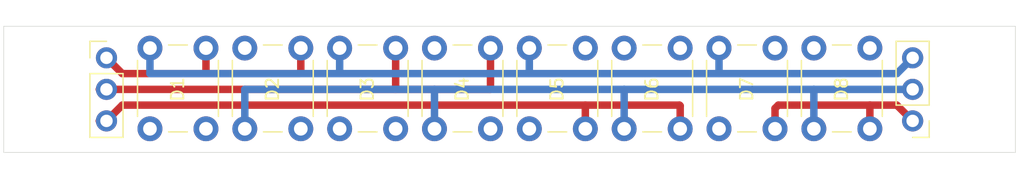
<source format=kicad_pcb>
(kicad_pcb (version 20171130) (host pcbnew "(5.1.5)-3")

  (general
    (thickness 1.6)
    (drawings 4)
    (tracks 40)
    (zones 0)
    (modules 12)
    (nets 7)
  )

  (page A4)
  (layers
    (0 F.Cu signal)
    (31 B.Cu signal)
    (32 B.Adhes user)
    (33 F.Adhes user)
    (34 B.Paste user)
    (35 F.Paste user)
    (36 B.SilkS user)
    (37 F.SilkS user)
    (38 B.Mask user)
    (39 F.Mask user)
    (40 Dwgs.User user)
    (41 Cmts.User user)
    (42 Eco1.User user)
    (43 Eco2.User user)
    (44 Edge.Cuts user)
    (45 Margin user)
    (46 B.CrtYd user)
    (47 F.CrtYd user)
    (48 B.Fab user)
    (49 F.Fab user)
  )

  (setup
    (last_trace_width 0.25)
    (user_trace_width 0.5)
    (user_trace_width 0.6)
    (trace_clearance 0.2)
    (zone_clearance 0.508)
    (zone_45_only no)
    (trace_min 0.2)
    (via_size 0.8)
    (via_drill 0.4)
    (via_min_size 0.4)
    (via_min_drill 0.3)
    (uvia_size 0.3)
    (uvia_drill 0.1)
    (uvias_allowed no)
    (uvia_min_size 0.2)
    (uvia_min_drill 0.1)
    (edge_width 0.05)
    (segment_width 0.2)
    (pcb_text_width 0.3)
    (pcb_text_size 1.5 1.5)
    (mod_edge_width 0.12)
    (mod_text_size 1 1)
    (mod_text_width 0.15)
    (pad_size 1.7 1.7)
    (pad_drill 1)
    (pad_to_mask_clearance 0.051)
    (solder_mask_min_width 0.25)
    (aux_axis_origin 0 0)
    (visible_elements 7FFFFFFF)
    (pcbplotparams
      (layerselection 0x010fc_ffffffff)
      (usegerberextensions false)
      (usegerberattributes false)
      (usegerberadvancedattributes false)
      (creategerberjobfile false)
      (excludeedgelayer true)
      (linewidth 0.100000)
      (plotframeref false)
      (viasonmask false)
      (mode 1)
      (useauxorigin false)
      (hpglpennumber 1)
      (hpglpenspeed 20)
      (hpglpendiameter 15.000000)
      (psnegative false)
      (psa4output false)
      (plotreference true)
      (plotvalue true)
      (plotinvisibletext false)
      (padsonsilk false)
      (subtractmaskfromsilk false)
      (outputformat 1)
      (mirror false)
      (drillshape 0)
      (scaleselection 1)
      (outputdirectory "gerber/"))
  )

  (net 0 "")
  (net 1 "Net-(D1-Pad1)")
  (net 2 "Net-(D1-Pad2)")
  (net 3 "Net-(D2-Pad1)")
  (net 4 "Net-(D3-Pad2)")
  (net 5 "Net-(D5-Pad2)")
  (net 6 "Net-(D7-Pad2)")

  (net_class Default "Это класс цепей по умолчанию."
    (clearance 0.2)
    (trace_width 0.25)
    (via_dia 0.8)
    (via_drill 0.4)
    (uvia_dia 0.3)
    (uvia_drill 0.1)
    (add_net "Net-(D1-Pad1)")
    (add_net "Net-(D1-Pad2)")
    (add_net "Net-(D2-Pad1)")
    (add_net "Net-(D3-Pad2)")
    (add_net "Net-(D5-Pad2)")
    (add_net "Net-(D7-Pad2)")
  )

  (module CommonLibrary:6x6-tact-btn (layer F.Cu) (tedit 5D7B292D) (tstamp 5E9EEE73)
    (at 141.2875 40.005 90)
    (path /5E9F2D82)
    (fp_text reference D8 (at 3.175 2.2225 90) (layer F.SilkS)
      (effects (font (size 1 1) (thickness 0.15)))
    )
    (fp_text value 6x6-tact-btn (at 0 -0.5 90) (layer F.Fab)
      (effects (font (size 1 1) (thickness 0.15)))
    )
    (fp_circle (center 3.25 2.25) (end 1.25 2.5) (layer F.Fab) (width 0.1))
    (fp_line (start 6.75 3) (end 6.75 1.5) (layer F.SilkS) (width 0.12))
    (fp_line (start 5.5 -1) (end 1 -1) (layer F.SilkS) (width 0.12))
    (fp_line (start -0.25 1.5) (end -0.25 3) (layer F.SilkS) (width 0.12))
    (fp_line (start 1 5.5) (end 5.5 5.5) (layer F.SilkS) (width 0.12))
    (fp_line (start 8 -1.25) (end 8 5.75) (layer F.CrtYd) (width 0.05))
    (fp_line (start 7.75 6) (end -1.25 6) (layer F.CrtYd) (width 0.05))
    (fp_line (start -1.5 5.75) (end -1.5 -1.25) (layer F.CrtYd) (width 0.05))
    (fp_line (start -1.25 -1.5) (end 7.75 -1.5) (layer F.CrtYd) (width 0.05))
    (fp_line (start -1.5 6) (end -1.25 6) (layer F.CrtYd) (width 0.05))
    (fp_line (start -1.5 5.75) (end -1.5 6) (layer F.CrtYd) (width 0.05))
    (fp_line (start -1.5 -1.5) (end -1.25 -1.5) (layer F.CrtYd) (width 0.05))
    (fp_line (start -1.5 -1.25) (end -1.5 -1.5) (layer F.CrtYd) (width 0.05))
    (fp_line (start 8 -1.5) (end 8 -1.25) (layer F.CrtYd) (width 0.05))
    (fp_line (start 7.75 -1.5) (end 8 -1.5) (layer F.CrtYd) (width 0.05))
    (fp_line (start 8 6) (end 8 5.75) (layer F.CrtYd) (width 0.05))
    (fp_line (start 7.75 6) (end 8 6) (layer F.CrtYd) (width 0.05))
    (fp_line (start 0.25 -0.75) (end 3.25 -0.75) (layer F.Fab) (width 0.1))
    (fp_line (start 0.25 5.25) (end 0.25 -0.75) (layer F.Fab) (width 0.1))
    (fp_line (start 6.25 5.25) (end 0.25 5.25) (layer F.Fab) (width 0.1))
    (fp_line (start 6.25 -0.75) (end 6.25 5.25) (layer F.Fab) (width 0.1))
    (fp_line (start 3.25 -0.75) (end 6.25 -0.75) (layer F.Fab) (width 0.1))
    (pad 1 thru_hole circle (at 6.5 0 180) (size 2 2) (drill 1.1) (layers *.Cu *.Mask)
      (net 3 "Net-(D2-Pad1)"))
    (pad 2 thru_hole circle (at 6.5 4.5 180) (size 2 2) (drill 1.1) (layers *.Cu *.Mask)
      (net 6 "Net-(D7-Pad2)"))
    (pad 1 thru_hole circle (at 0 0 180) (size 2 2) (drill 1.1) (layers *.Cu *.Mask)
      (net 3 "Net-(D2-Pad1)"))
    (pad 2 thru_hole circle (at 0 4.5 180) (size 2 2) (drill 1.1) (layers *.Cu *.Mask)
      (net 6 "Net-(D7-Pad2)"))
  )

  (module CommonLibrary:6x6-tact-btn (layer F.Cu) (tedit 5D7B292D) (tstamp 5E9EEE55)
    (at 133.6675 40.005 90)
    (path /5E9F2460)
    (fp_text reference D7 (at 3.175 2.2225 90) (layer F.SilkS)
      (effects (font (size 1 1) (thickness 0.15)))
    )
    (fp_text value 6x6-tact-btn (at 0 -0.5 90) (layer F.Fab)
      (effects (font (size 1 1) (thickness 0.15)))
    )
    (fp_circle (center 3.25 2.25) (end 1.25 2.5) (layer F.Fab) (width 0.1))
    (fp_line (start 6.75 3) (end 6.75 1.5) (layer F.SilkS) (width 0.12))
    (fp_line (start 5.5 -1) (end 1 -1) (layer F.SilkS) (width 0.12))
    (fp_line (start -0.25 1.5) (end -0.25 3) (layer F.SilkS) (width 0.12))
    (fp_line (start 1 5.5) (end 5.5 5.5) (layer F.SilkS) (width 0.12))
    (fp_line (start 8 -1.25) (end 8 5.75) (layer F.CrtYd) (width 0.05))
    (fp_line (start 7.75 6) (end -1.25 6) (layer F.CrtYd) (width 0.05))
    (fp_line (start -1.5 5.75) (end -1.5 -1.25) (layer F.CrtYd) (width 0.05))
    (fp_line (start -1.25 -1.5) (end 7.75 -1.5) (layer F.CrtYd) (width 0.05))
    (fp_line (start -1.5 6) (end -1.25 6) (layer F.CrtYd) (width 0.05))
    (fp_line (start -1.5 5.75) (end -1.5 6) (layer F.CrtYd) (width 0.05))
    (fp_line (start -1.5 -1.5) (end -1.25 -1.5) (layer F.CrtYd) (width 0.05))
    (fp_line (start -1.5 -1.25) (end -1.5 -1.5) (layer F.CrtYd) (width 0.05))
    (fp_line (start 8 -1.5) (end 8 -1.25) (layer F.CrtYd) (width 0.05))
    (fp_line (start 7.75 -1.5) (end 8 -1.5) (layer F.CrtYd) (width 0.05))
    (fp_line (start 8 6) (end 8 5.75) (layer F.CrtYd) (width 0.05))
    (fp_line (start 7.75 6) (end 8 6) (layer F.CrtYd) (width 0.05))
    (fp_line (start 0.25 -0.75) (end 3.25 -0.75) (layer F.Fab) (width 0.1))
    (fp_line (start 0.25 5.25) (end 0.25 -0.75) (layer F.Fab) (width 0.1))
    (fp_line (start 6.25 5.25) (end 0.25 5.25) (layer F.Fab) (width 0.1))
    (fp_line (start 6.25 -0.75) (end 6.25 5.25) (layer F.Fab) (width 0.1))
    (fp_line (start 3.25 -0.75) (end 6.25 -0.75) (layer F.Fab) (width 0.1))
    (pad 1 thru_hole circle (at 6.5 0 180) (size 2 2) (drill 1.1) (layers *.Cu *.Mask)
      (net 1 "Net-(D1-Pad1)"))
    (pad 2 thru_hole circle (at 6.5 4.5 180) (size 2 2) (drill 1.1) (layers *.Cu *.Mask)
      (net 6 "Net-(D7-Pad2)"))
    (pad 1 thru_hole circle (at 0 0 180) (size 2 2) (drill 1.1) (layers *.Cu *.Mask)
      (net 1 "Net-(D1-Pad1)"))
    (pad 2 thru_hole circle (at 0 4.5 180) (size 2 2) (drill 1.1) (layers *.Cu *.Mask)
      (net 6 "Net-(D7-Pad2)"))
  )

  (module MountingHole:MountingHole_3.2mm_M3 (layer F.Cu) (tedit 56D1B4CB) (tstamp 5E9EE5BA)
    (at 154.305 36.83)
    (descr "Mounting Hole 3.2mm, no annular, M3")
    (tags "mounting hole 3.2mm no annular m3")
    (path /5E9F0888)
    (attr virtual)
    (fp_text reference H2 (at 0 -4.2) (layer F.SilkS) hide
      (effects (font (size 1 1) (thickness 0.15)))
    )
    (fp_text value MountingHole (at -1.27 6.35) (layer F.Fab)
      (effects (font (size 1 1) (thickness 0.15)))
    )
    (fp_circle (center 0 0) (end 3.45 0) (layer F.CrtYd) (width 0.05))
    (fp_circle (center 0 0) (end 3.2 0) (layer Cmts.User) (width 0.15))
    (fp_text user %R (at 0.3 0) (layer F.Fab)
      (effects (font (size 1 1) (thickness 0.15)))
    )
    (pad 1 np_thru_hole circle (at 0 0) (size 3.2 3.2) (drill 3.2) (layers *.Cu *.Mask))
  )

  (module MountingHole:MountingHole_3.2mm_M3 (layer F.Cu) (tedit 56D1B4CB) (tstamp 5E9EE5B2)
    (at 79.375 36.83)
    (descr "Mounting Hole 3.2mm, no annular, M3")
    (tags "mounting hole 3.2mm no annular m3")
    (path /5E9F03FE)
    (attr virtual)
    (fp_text reference H1 (at 0 -4.2) (layer F.SilkS) hide
      (effects (font (size 1 1) (thickness 0.15)))
    )
    (fp_text value MountingHole (at 1.905 6.35) (layer F.Fab)
      (effects (font (size 1 1) (thickness 0.15)))
    )
    (fp_circle (center 0 0) (end 3.45 0) (layer F.CrtYd) (width 0.05))
    (fp_circle (center 0 0) (end 3.2 0) (layer Cmts.User) (width 0.15))
    (fp_text user %R (at 0.3 0) (layer F.Fab)
      (effects (font (size 1 1) (thickness 0.15)))
    )
    (pad 1 np_thru_hole circle (at 0 0) (size 3.2 3.2) (drill 3.2) (layers *.Cu *.Mask))
  )

  (module CommonLibrary:6x6-tact-btn (layer F.Cu) (tedit 5D7B292D) (tstamp 5E9EE6C1)
    (at 87.9475 40.005 90)
    (path /5E9EE78C)
    (fp_text reference D1 (at 3.175 2.2225 90) (layer F.SilkS)
      (effects (font (size 1 1) (thickness 0.15)))
    )
    (fp_text value 6x6-tact-btn (at 0 -0.5 90) (layer F.Fab)
      (effects (font (size 1 1) (thickness 0.15)))
    )
    (fp_circle (center 3.25 2.25) (end 1.25 2.5) (layer F.Fab) (width 0.1))
    (fp_line (start 6.75 3) (end 6.75 1.5) (layer F.SilkS) (width 0.12))
    (fp_line (start 5.5 -1) (end 1 -1) (layer F.SilkS) (width 0.12))
    (fp_line (start -0.25 1.5) (end -0.25 3) (layer F.SilkS) (width 0.12))
    (fp_line (start 1 5.5) (end 5.5 5.5) (layer F.SilkS) (width 0.12))
    (fp_line (start 8 -1.25) (end 8 5.75) (layer F.CrtYd) (width 0.05))
    (fp_line (start 7.75 6) (end -1.25 6) (layer F.CrtYd) (width 0.05))
    (fp_line (start -1.5 5.75) (end -1.5 -1.25) (layer F.CrtYd) (width 0.05))
    (fp_line (start -1.25 -1.5) (end 7.75 -1.5) (layer F.CrtYd) (width 0.05))
    (fp_line (start -1.5 6) (end -1.25 6) (layer F.CrtYd) (width 0.05))
    (fp_line (start -1.5 5.75) (end -1.5 6) (layer F.CrtYd) (width 0.05))
    (fp_line (start -1.5 -1.5) (end -1.25 -1.5) (layer F.CrtYd) (width 0.05))
    (fp_line (start -1.5 -1.25) (end -1.5 -1.5) (layer F.CrtYd) (width 0.05))
    (fp_line (start 8 -1.5) (end 8 -1.25) (layer F.CrtYd) (width 0.05))
    (fp_line (start 7.75 -1.5) (end 8 -1.5) (layer F.CrtYd) (width 0.05))
    (fp_line (start 8 6) (end 8 5.75) (layer F.CrtYd) (width 0.05))
    (fp_line (start 7.75 6) (end 8 6) (layer F.CrtYd) (width 0.05))
    (fp_line (start 0.25 -0.75) (end 3.25 -0.75) (layer F.Fab) (width 0.1))
    (fp_line (start 0.25 5.25) (end 0.25 -0.75) (layer F.Fab) (width 0.1))
    (fp_line (start 6.25 5.25) (end 0.25 5.25) (layer F.Fab) (width 0.1))
    (fp_line (start 6.25 -0.75) (end 6.25 5.25) (layer F.Fab) (width 0.1))
    (fp_line (start 3.25 -0.75) (end 6.25 -0.75) (layer F.Fab) (width 0.1))
    (pad 1 thru_hole circle (at 6.5 0 180) (size 2 2) (drill 1.1) (layers *.Cu *.Mask)
      (net 1 "Net-(D1-Pad1)"))
    (pad 2 thru_hole circle (at 6.5 4.5 180) (size 2 2) (drill 1.1) (layers *.Cu *.Mask)
      (net 2 "Net-(D1-Pad2)"))
    (pad 1 thru_hole circle (at 0 0 180) (size 2 2) (drill 1.1) (layers *.Cu *.Mask)
      (net 1 "Net-(D1-Pad1)"))
    (pad 2 thru_hole circle (at 0 4.5 180) (size 2 2) (drill 1.1) (layers *.Cu *.Mask)
      (net 2 "Net-(D1-Pad2)"))
  )

  (module CommonLibrary:6x6-tact-btn (layer F.Cu) (tedit 5D7B292D) (tstamp 5E9F3264)
    (at 95.5675 40.005 90)
    (path /5E9EE3FC)
    (fp_text reference D2 (at 3.175 2.2225 90) (layer F.SilkS)
      (effects (font (size 1 1) (thickness 0.15)))
    )
    (fp_text value 6x6-tact-btn (at 0 -0.5 90) (layer F.Fab)
      (effects (font (size 1 1) (thickness 0.15)))
    )
    (fp_line (start 3.25 -0.75) (end 6.25 -0.75) (layer F.Fab) (width 0.1))
    (fp_line (start 6.25 -0.75) (end 6.25 5.25) (layer F.Fab) (width 0.1))
    (fp_line (start 6.25 5.25) (end 0.25 5.25) (layer F.Fab) (width 0.1))
    (fp_line (start 0.25 5.25) (end 0.25 -0.75) (layer F.Fab) (width 0.1))
    (fp_line (start 0.25 -0.75) (end 3.25 -0.75) (layer F.Fab) (width 0.1))
    (fp_line (start 7.75 6) (end 8 6) (layer F.CrtYd) (width 0.05))
    (fp_line (start 8 6) (end 8 5.75) (layer F.CrtYd) (width 0.05))
    (fp_line (start 7.75 -1.5) (end 8 -1.5) (layer F.CrtYd) (width 0.05))
    (fp_line (start 8 -1.5) (end 8 -1.25) (layer F.CrtYd) (width 0.05))
    (fp_line (start -1.5 -1.25) (end -1.5 -1.5) (layer F.CrtYd) (width 0.05))
    (fp_line (start -1.5 -1.5) (end -1.25 -1.5) (layer F.CrtYd) (width 0.05))
    (fp_line (start -1.5 5.75) (end -1.5 6) (layer F.CrtYd) (width 0.05))
    (fp_line (start -1.5 6) (end -1.25 6) (layer F.CrtYd) (width 0.05))
    (fp_line (start -1.25 -1.5) (end 7.75 -1.5) (layer F.CrtYd) (width 0.05))
    (fp_line (start -1.5 5.75) (end -1.5 -1.25) (layer F.CrtYd) (width 0.05))
    (fp_line (start 7.75 6) (end -1.25 6) (layer F.CrtYd) (width 0.05))
    (fp_line (start 8 -1.25) (end 8 5.75) (layer F.CrtYd) (width 0.05))
    (fp_line (start 1 5.5) (end 5.5 5.5) (layer F.SilkS) (width 0.12))
    (fp_line (start -0.25 1.5) (end -0.25 3) (layer F.SilkS) (width 0.12))
    (fp_line (start 5.5 -1) (end 1 -1) (layer F.SilkS) (width 0.12))
    (fp_line (start 6.75 3) (end 6.75 1.5) (layer F.SilkS) (width 0.12))
    (fp_circle (center 3.25 2.25) (end 1.25 2.5) (layer F.Fab) (width 0.1))
    (pad 2 thru_hole circle (at 0 4.5 180) (size 2 2) (drill 1.1) (layers *.Cu *.Mask)
      (net 2 "Net-(D1-Pad2)"))
    (pad 1 thru_hole circle (at 0 0 180) (size 2 2) (drill 1.1) (layers *.Cu *.Mask)
      (net 3 "Net-(D2-Pad1)"))
    (pad 2 thru_hole circle (at 6.5 4.5 180) (size 2 2) (drill 1.1) (layers *.Cu *.Mask)
      (net 2 "Net-(D1-Pad2)"))
    (pad 1 thru_hole circle (at 6.5 0 180) (size 2 2) (drill 1.1) (layers *.Cu *.Mask)
      (net 3 "Net-(D2-Pad1)"))
  )

  (module CommonLibrary:6x6-tact-btn (layer F.Cu) (tedit 5D7B292D) (tstamp 5E9F3282)
    (at 103.1875 40.005 90)
    (path /5E9EE634)
    (fp_text reference D3 (at 3.175 2.2225 90) (layer F.SilkS)
      (effects (font (size 1 1) (thickness 0.15)))
    )
    (fp_text value 6x6-tact-btn (at 0 -0.5 90) (layer F.Fab)
      (effects (font (size 1 1) (thickness 0.15)))
    )
    (fp_line (start 3.25 -0.75) (end 6.25 -0.75) (layer F.Fab) (width 0.1))
    (fp_line (start 6.25 -0.75) (end 6.25 5.25) (layer F.Fab) (width 0.1))
    (fp_line (start 6.25 5.25) (end 0.25 5.25) (layer F.Fab) (width 0.1))
    (fp_line (start 0.25 5.25) (end 0.25 -0.75) (layer F.Fab) (width 0.1))
    (fp_line (start 0.25 -0.75) (end 3.25 -0.75) (layer F.Fab) (width 0.1))
    (fp_line (start 7.75 6) (end 8 6) (layer F.CrtYd) (width 0.05))
    (fp_line (start 8 6) (end 8 5.75) (layer F.CrtYd) (width 0.05))
    (fp_line (start 7.75 -1.5) (end 8 -1.5) (layer F.CrtYd) (width 0.05))
    (fp_line (start 8 -1.5) (end 8 -1.25) (layer F.CrtYd) (width 0.05))
    (fp_line (start -1.5 -1.25) (end -1.5 -1.5) (layer F.CrtYd) (width 0.05))
    (fp_line (start -1.5 -1.5) (end -1.25 -1.5) (layer F.CrtYd) (width 0.05))
    (fp_line (start -1.5 5.75) (end -1.5 6) (layer F.CrtYd) (width 0.05))
    (fp_line (start -1.5 6) (end -1.25 6) (layer F.CrtYd) (width 0.05))
    (fp_line (start -1.25 -1.5) (end 7.75 -1.5) (layer F.CrtYd) (width 0.05))
    (fp_line (start -1.5 5.75) (end -1.5 -1.25) (layer F.CrtYd) (width 0.05))
    (fp_line (start 7.75 6) (end -1.25 6) (layer F.CrtYd) (width 0.05))
    (fp_line (start 8 -1.25) (end 8 5.75) (layer F.CrtYd) (width 0.05))
    (fp_line (start 1 5.5) (end 5.5 5.5) (layer F.SilkS) (width 0.12))
    (fp_line (start -0.25 1.5) (end -0.25 3) (layer F.SilkS) (width 0.12))
    (fp_line (start 5.5 -1) (end 1 -1) (layer F.SilkS) (width 0.12))
    (fp_line (start 6.75 3) (end 6.75 1.5) (layer F.SilkS) (width 0.12))
    (fp_circle (center 3.25 2.25) (end 1.25 2.5) (layer F.Fab) (width 0.1))
    (pad 2 thru_hole circle (at 0 4.5 180) (size 2 2) (drill 1.1) (layers *.Cu *.Mask)
      (net 4 "Net-(D3-Pad2)"))
    (pad 1 thru_hole circle (at 0 0 180) (size 2 2) (drill 1.1) (layers *.Cu *.Mask)
      (net 1 "Net-(D1-Pad1)"))
    (pad 2 thru_hole circle (at 6.5 4.5 180) (size 2 2) (drill 1.1) (layers *.Cu *.Mask)
      (net 4 "Net-(D3-Pad2)"))
    (pad 1 thru_hole circle (at 6.5 0 180) (size 2 2) (drill 1.1) (layers *.Cu *.Mask)
      (net 1 "Net-(D1-Pad1)"))
  )

  (module CommonLibrary:6x6-tact-btn (layer F.Cu) (tedit 5D7B292D) (tstamp 5E9F32A0)
    (at 110.8075 40.005 90)
    (path /5E9EE31C)
    (fp_text reference D4 (at 3.175 2.2225 90) (layer F.SilkS)
      (effects (font (size 1 1) (thickness 0.15)))
    )
    (fp_text value 6x6-tact-btn (at 0 -0.5 90) (layer F.Fab)
      (effects (font (size 1 1) (thickness 0.15)))
    )
    (fp_circle (center 3.25 2.25) (end 1.25 2.5) (layer F.Fab) (width 0.1))
    (fp_line (start 6.75 3) (end 6.75 1.5) (layer F.SilkS) (width 0.12))
    (fp_line (start 5.5 -1) (end 1 -1) (layer F.SilkS) (width 0.12))
    (fp_line (start -0.25 1.5) (end -0.25 3) (layer F.SilkS) (width 0.12))
    (fp_line (start 1 5.5) (end 5.5 5.5) (layer F.SilkS) (width 0.12))
    (fp_line (start 8 -1.25) (end 8 5.75) (layer F.CrtYd) (width 0.05))
    (fp_line (start 7.75 6) (end -1.25 6) (layer F.CrtYd) (width 0.05))
    (fp_line (start -1.5 5.75) (end -1.5 -1.25) (layer F.CrtYd) (width 0.05))
    (fp_line (start -1.25 -1.5) (end 7.75 -1.5) (layer F.CrtYd) (width 0.05))
    (fp_line (start -1.5 6) (end -1.25 6) (layer F.CrtYd) (width 0.05))
    (fp_line (start -1.5 5.75) (end -1.5 6) (layer F.CrtYd) (width 0.05))
    (fp_line (start -1.5 -1.5) (end -1.25 -1.5) (layer F.CrtYd) (width 0.05))
    (fp_line (start -1.5 -1.25) (end -1.5 -1.5) (layer F.CrtYd) (width 0.05))
    (fp_line (start 8 -1.5) (end 8 -1.25) (layer F.CrtYd) (width 0.05))
    (fp_line (start 7.75 -1.5) (end 8 -1.5) (layer F.CrtYd) (width 0.05))
    (fp_line (start 8 6) (end 8 5.75) (layer F.CrtYd) (width 0.05))
    (fp_line (start 7.75 6) (end 8 6) (layer F.CrtYd) (width 0.05))
    (fp_line (start 0.25 -0.75) (end 3.25 -0.75) (layer F.Fab) (width 0.1))
    (fp_line (start 0.25 5.25) (end 0.25 -0.75) (layer F.Fab) (width 0.1))
    (fp_line (start 6.25 5.25) (end 0.25 5.25) (layer F.Fab) (width 0.1))
    (fp_line (start 6.25 -0.75) (end 6.25 5.25) (layer F.Fab) (width 0.1))
    (fp_line (start 3.25 -0.75) (end 6.25 -0.75) (layer F.Fab) (width 0.1))
    (pad 1 thru_hole circle (at 6.5 0 180) (size 2 2) (drill 1.1) (layers *.Cu *.Mask)
      (net 3 "Net-(D2-Pad1)"))
    (pad 2 thru_hole circle (at 6.5 4.5 180) (size 2 2) (drill 1.1) (layers *.Cu *.Mask)
      (net 4 "Net-(D3-Pad2)"))
    (pad 1 thru_hole circle (at 0 0 180) (size 2 2) (drill 1.1) (layers *.Cu *.Mask)
      (net 3 "Net-(D2-Pad1)"))
    (pad 2 thru_hole circle (at 0 4.5 180) (size 2 2) (drill 1.1) (layers *.Cu *.Mask)
      (net 4 "Net-(D3-Pad2)"))
  )

  (module CommonLibrary:6x6-tact-btn (layer F.Cu) (tedit 5D7B292D) (tstamp 5E9F32BE)
    (at 118.4275 40.005 90)
    (path /5E9EE03B)
    (fp_text reference D5 (at 3.175 2.2225 90) (layer F.SilkS)
      (effects (font (size 1 1) (thickness 0.15)))
    )
    (fp_text value 6x6-tact-btn (at 0 -0.5 90) (layer F.Fab)
      (effects (font (size 1 1) (thickness 0.15)))
    )
    (fp_line (start 3.25 -0.75) (end 6.25 -0.75) (layer F.Fab) (width 0.1))
    (fp_line (start 6.25 -0.75) (end 6.25 5.25) (layer F.Fab) (width 0.1))
    (fp_line (start 6.25 5.25) (end 0.25 5.25) (layer F.Fab) (width 0.1))
    (fp_line (start 0.25 5.25) (end 0.25 -0.75) (layer F.Fab) (width 0.1))
    (fp_line (start 0.25 -0.75) (end 3.25 -0.75) (layer F.Fab) (width 0.1))
    (fp_line (start 7.75 6) (end 8 6) (layer F.CrtYd) (width 0.05))
    (fp_line (start 8 6) (end 8 5.75) (layer F.CrtYd) (width 0.05))
    (fp_line (start 7.75 -1.5) (end 8 -1.5) (layer F.CrtYd) (width 0.05))
    (fp_line (start 8 -1.5) (end 8 -1.25) (layer F.CrtYd) (width 0.05))
    (fp_line (start -1.5 -1.25) (end -1.5 -1.5) (layer F.CrtYd) (width 0.05))
    (fp_line (start -1.5 -1.5) (end -1.25 -1.5) (layer F.CrtYd) (width 0.05))
    (fp_line (start -1.5 5.75) (end -1.5 6) (layer F.CrtYd) (width 0.05))
    (fp_line (start -1.5 6) (end -1.25 6) (layer F.CrtYd) (width 0.05))
    (fp_line (start -1.25 -1.5) (end 7.75 -1.5) (layer F.CrtYd) (width 0.05))
    (fp_line (start -1.5 5.75) (end -1.5 -1.25) (layer F.CrtYd) (width 0.05))
    (fp_line (start 7.75 6) (end -1.25 6) (layer F.CrtYd) (width 0.05))
    (fp_line (start 8 -1.25) (end 8 5.75) (layer F.CrtYd) (width 0.05))
    (fp_line (start 1 5.5) (end 5.5 5.5) (layer F.SilkS) (width 0.12))
    (fp_line (start -0.25 1.5) (end -0.25 3) (layer F.SilkS) (width 0.12))
    (fp_line (start 5.5 -1) (end 1 -1) (layer F.SilkS) (width 0.12))
    (fp_line (start 6.75 3) (end 6.75 1.5) (layer F.SilkS) (width 0.12))
    (fp_circle (center 3.25 2.25) (end 1.25 2.5) (layer F.Fab) (width 0.1))
    (pad 2 thru_hole circle (at 0 4.5 180) (size 2 2) (drill 1.1) (layers *.Cu *.Mask)
      (net 5 "Net-(D5-Pad2)"))
    (pad 1 thru_hole circle (at 0 0 180) (size 2 2) (drill 1.1) (layers *.Cu *.Mask)
      (net 1 "Net-(D1-Pad1)"))
    (pad 2 thru_hole circle (at 6.5 4.5 180) (size 2 2) (drill 1.1) (layers *.Cu *.Mask)
      (net 5 "Net-(D5-Pad2)"))
    (pad 1 thru_hole circle (at 6.5 0 180) (size 2 2) (drill 1.1) (layers *.Cu *.Mask)
      (net 1 "Net-(D1-Pad1)"))
  )

  (module CommonLibrary:6x6-tact-btn (layer F.Cu) (tedit 5D7B292D) (tstamp 5E9F32DC)
    (at 126.0475 40.005 90)
    (path /5E9EE504)
    (fp_text reference D6 (at 3.175 2.2225 90) (layer F.SilkS)
      (effects (font (size 1 1) (thickness 0.15)))
    )
    (fp_text value 6x6-tact-btn (at 0 -0.5 90) (layer F.Fab)
      (effects (font (size 1 1) (thickness 0.15)))
    )
    (fp_circle (center 3.25 2.25) (end 1.25 2.5) (layer F.Fab) (width 0.1))
    (fp_line (start 6.75 3) (end 6.75 1.5) (layer F.SilkS) (width 0.12))
    (fp_line (start 5.5 -1) (end 1 -1) (layer F.SilkS) (width 0.12))
    (fp_line (start -0.25 1.5) (end -0.25 3) (layer F.SilkS) (width 0.12))
    (fp_line (start 1 5.5) (end 5.5 5.5) (layer F.SilkS) (width 0.12))
    (fp_line (start 8 -1.25) (end 8 5.75) (layer F.CrtYd) (width 0.05))
    (fp_line (start 7.75 6) (end -1.25 6) (layer F.CrtYd) (width 0.05))
    (fp_line (start -1.5 5.75) (end -1.5 -1.25) (layer F.CrtYd) (width 0.05))
    (fp_line (start -1.25 -1.5) (end 7.75 -1.5) (layer F.CrtYd) (width 0.05))
    (fp_line (start -1.5 6) (end -1.25 6) (layer F.CrtYd) (width 0.05))
    (fp_line (start -1.5 5.75) (end -1.5 6) (layer F.CrtYd) (width 0.05))
    (fp_line (start -1.5 -1.5) (end -1.25 -1.5) (layer F.CrtYd) (width 0.05))
    (fp_line (start -1.5 -1.25) (end -1.5 -1.5) (layer F.CrtYd) (width 0.05))
    (fp_line (start 8 -1.5) (end 8 -1.25) (layer F.CrtYd) (width 0.05))
    (fp_line (start 7.75 -1.5) (end 8 -1.5) (layer F.CrtYd) (width 0.05))
    (fp_line (start 8 6) (end 8 5.75) (layer F.CrtYd) (width 0.05))
    (fp_line (start 7.75 6) (end 8 6) (layer F.CrtYd) (width 0.05))
    (fp_line (start 0.25 -0.75) (end 3.25 -0.75) (layer F.Fab) (width 0.1))
    (fp_line (start 0.25 5.25) (end 0.25 -0.75) (layer F.Fab) (width 0.1))
    (fp_line (start 6.25 5.25) (end 0.25 5.25) (layer F.Fab) (width 0.1))
    (fp_line (start 6.25 -0.75) (end 6.25 5.25) (layer F.Fab) (width 0.1))
    (fp_line (start 3.25 -0.75) (end 6.25 -0.75) (layer F.Fab) (width 0.1))
    (pad 1 thru_hole circle (at 6.5 0 180) (size 2 2) (drill 1.1) (layers *.Cu *.Mask)
      (net 3 "Net-(D2-Pad1)"))
    (pad 2 thru_hole circle (at 6.5 4.5 180) (size 2 2) (drill 1.1) (layers *.Cu *.Mask)
      (net 5 "Net-(D5-Pad2)"))
    (pad 1 thru_hole circle (at 0 0 180) (size 2 2) (drill 1.1) (layers *.Cu *.Mask)
      (net 3 "Net-(D2-Pad1)"))
    (pad 2 thru_hole circle (at 0 4.5 180) (size 2 2) (drill 1.1) (layers *.Cu *.Mask)
      (net 5 "Net-(D5-Pad2)"))
  )

  (module Connector_PinHeader_2.54mm:PinHeader_1x03_P2.54mm_Vertical (layer F.Cu) (tedit 5E9EF3ED) (tstamp 5E9F06CD)
    (at 149.225 39.37 180)
    (descr "Through hole straight pin header, 1x03, 2.54mm pitch, single row")
    (tags "Through hole pin header THT 1x03 2.54mm single row")
    (path /5E9F9B54)
    (fp_text reference J1 (at 0 -2.33) (layer F.SilkS) hide
      (effects (font (size 1 1) (thickness 0.15)))
    )
    (fp_text value Conn_01x03_Male (at 0 8.89) (layer F.Fab)
      (effects (font (size 1 1) (thickness 0.15)))
    )
    (fp_line (start -0.635 -1.27) (end 1.27 -1.27) (layer F.Fab) (width 0.1))
    (fp_line (start 1.27 -1.27) (end 1.27 6.35) (layer F.Fab) (width 0.1))
    (fp_line (start 1.27 6.35) (end -1.27 6.35) (layer F.Fab) (width 0.1))
    (fp_line (start -1.27 6.35) (end -1.27 -0.635) (layer F.Fab) (width 0.1))
    (fp_line (start -1.27 -0.635) (end -0.635 -1.27) (layer F.Fab) (width 0.1))
    (fp_line (start -1.33 6.41) (end 1.33 6.41) (layer F.SilkS) (width 0.12))
    (fp_line (start -1.33 1.27) (end -1.33 6.41) (layer F.SilkS) (width 0.12))
    (fp_line (start 1.33 1.27) (end 1.33 6.41) (layer F.SilkS) (width 0.12))
    (fp_line (start -1.33 1.27) (end 1.33 1.27) (layer F.SilkS) (width 0.12))
    (fp_line (start -1.33 0) (end -1.33 -1.33) (layer F.SilkS) (width 0.12))
    (fp_line (start -1.33 -1.33) (end 0 -1.33) (layer F.SilkS) (width 0.12))
    (fp_line (start -1.8 -1.8) (end -1.8 6.85) (layer F.CrtYd) (width 0.05))
    (fp_line (start -1.8 6.85) (end 1.8 6.85) (layer F.CrtYd) (width 0.05))
    (fp_line (start 1.8 6.85) (end 1.8 -1.8) (layer F.CrtYd) (width 0.05))
    (fp_line (start 1.8 -1.8) (end -1.8 -1.8) (layer F.CrtYd) (width 0.05))
    (fp_text user %R (at 0 2.54 90) (layer F.Fab)
      (effects (font (size 1 1) (thickness 0.15)))
    )
    (pad 1 thru_hole circle (at 0 0 180) (size 1.7 1.7) (drill 1) (layers *.Cu *.Mask)
      (net 6 "Net-(D7-Pad2)"))
    (pad 2 thru_hole oval (at 0 2.54 180) (size 1.7 1.7) (drill 1) (layers *.Cu *.Mask)
      (net 3 "Net-(D2-Pad1)"))
    (pad 3 thru_hole oval (at 0 5.08 180) (size 1.7 1.7) (drill 1) (layers *.Cu *.Mask)
      (net 1 "Net-(D1-Pad1)"))
    (model ${KISYS3DMOD}/Connector_PinHeader_2.54mm.3dshapes/PinHeader_1x03_P2.54mm_Vertical.wrl
      (at (xyz 0 0 0))
      (scale (xyz 1 1 1))
      (rotate (xyz 0 0 0))
    )
  )

  (module Connector_PinHeader_2.54mm:PinHeader_1x03_P2.54mm_Vertical (layer F.Cu) (tedit 5E9EF33E) (tstamp 5E9F06E4)
    (at 84.455 34.29)
    (descr "Through hole straight pin header, 1x03, 2.54mm pitch, single row")
    (tags "Through hole pin header THT 1x03 2.54mm single row")
    (path /5E9FA2A7)
    (fp_text reference J2 (at 0 -2.33) (layer F.SilkS) hide
      (effects (font (size 1 1) (thickness 0.15)))
    )
    (fp_text value Conn_01x03_Male (at -0.635 -3.81) (layer F.Fab)
      (effects (font (size 1 1) (thickness 0.15)))
    )
    (fp_text user %R (at 0 2.54 90) (layer F.Fab)
      (effects (font (size 1 1) (thickness 0.15)))
    )
    (fp_line (start 1.8 -1.8) (end -1.8 -1.8) (layer F.CrtYd) (width 0.05))
    (fp_line (start 1.8 6.85) (end 1.8 -1.8) (layer F.CrtYd) (width 0.05))
    (fp_line (start -1.8 6.85) (end 1.8 6.85) (layer F.CrtYd) (width 0.05))
    (fp_line (start -1.8 -1.8) (end -1.8 6.85) (layer F.CrtYd) (width 0.05))
    (fp_line (start -1.33 -1.33) (end 0 -1.33) (layer F.SilkS) (width 0.12))
    (fp_line (start -1.33 0) (end -1.33 -1.33) (layer F.SilkS) (width 0.12))
    (fp_line (start -1.33 1.27) (end 1.33 1.27) (layer F.SilkS) (width 0.12))
    (fp_line (start 1.33 1.27) (end 1.33 6.41) (layer F.SilkS) (width 0.12))
    (fp_line (start -1.33 1.27) (end -1.33 6.41) (layer F.SilkS) (width 0.12))
    (fp_line (start -1.33 6.41) (end 1.33 6.41) (layer F.SilkS) (width 0.12))
    (fp_line (start -1.27 -0.635) (end -0.635 -1.27) (layer F.Fab) (width 0.1))
    (fp_line (start -1.27 6.35) (end -1.27 -0.635) (layer F.Fab) (width 0.1))
    (fp_line (start 1.27 6.35) (end -1.27 6.35) (layer F.Fab) (width 0.1))
    (fp_line (start 1.27 -1.27) (end 1.27 6.35) (layer F.Fab) (width 0.1))
    (fp_line (start -0.635 -1.27) (end 1.27 -1.27) (layer F.Fab) (width 0.1))
    (pad 3 thru_hole oval (at 0 5.08) (size 1.7 1.7) (drill 1) (layers *.Cu *.Mask)
      (net 5 "Net-(D5-Pad2)"))
    (pad 2 thru_hole oval (at 0 2.54) (size 1.7 1.7) (drill 1) (layers *.Cu *.Mask)
      (net 4 "Net-(D3-Pad2)"))
    (pad 1 thru_hole circle (at 0 0) (size 1.7 1.7) (drill 1) (layers *.Cu *.Mask)
      (net 2 "Net-(D1-Pad2)"))
    (model ${KISYS3DMOD}/Connector_PinHeader_2.54mm.3dshapes/PinHeader_1x03_P2.54mm_Vertical.wrl
      (at (xyz 0 0 0))
      (scale (xyz 1 1 1))
      (rotate (xyz 0 0 0))
    )
  )

  (gr_line (start 76.2 41.91) (end 76.2 31.75) (layer Edge.Cuts) (width 0.05) (tstamp 5E9F343B))
  (gr_line (start 157.48 41.91) (end 76.2 41.91) (layer Edge.Cuts) (width 0.05))
  (gr_line (start 157.48 31.75) (end 157.48 41.91) (layer Edge.Cuts) (width 0.05))
  (gr_line (start 76.2 31.75) (end 157.48 31.75) (layer Edge.Cuts) (width 0.05))

  (segment (start 147.955 35.56) (end 133.6675 35.56) (width 0.6) (layer B.Cu) (net 1))
  (segment (start 149.225 34.29) (end 147.955 35.56) (width 0.6) (layer B.Cu) (net 1))
  (segment (start 133.6675 35.56) (end 133.6675 33.505) (width 0.6) (layer B.Cu) (net 1))
  (segment (start 133.6675 35.56) (end 118.4275 35.56) (width 0.6) (layer B.Cu) (net 1))
  (segment (start 118.4275 35.56) (end 118.4275 33.505) (width 0.6) (layer B.Cu) (net 1))
  (segment (start 118.4275 35.56) (end 103.1875 35.56) (width 0.6) (layer B.Cu) (net 1))
  (segment (start 103.1875 35.56) (end 103.1875 33.505) (width 0.6) (layer B.Cu) (net 1))
  (segment (start 87.9475 35.56) (end 87.9475 33.505) (width 0.6) (layer B.Cu) (net 1))
  (segment (start 103.1875 35.56) (end 87.9475 35.56) (width 0.6) (layer B.Cu) (net 1))
  (segment (start 92.4475 33.505) (end 92.4475 35.56) (width 0.6) (layer F.Cu) (net 2))
  (segment (start 100.0675 35.505) (end 100.0675 33.505) (width 0.6) (layer F.Cu) (net 2))
  (segment (start 100.0125 35.56) (end 100.0675 35.505) (width 0.6) (layer F.Cu) (net 2))
  (segment (start 84.455 34.29) (end 85.725 35.56) (width 0.6) (layer F.Cu) (net 2))
  (segment (start 85.725 35.56) (end 100.0125 35.56) (width 0.6) (layer F.Cu) (net 2))
  (segment (start 149.225 36.83) (end 141.2875 36.83) (width 0.6) (layer B.Cu) (net 3))
  (segment (start 141.2875 36.83) (end 141.2875 40.005) (width 0.6) (layer B.Cu) (net 3))
  (segment (start 141.2875 36.83) (end 126.0475 36.83) (width 0.6) (layer B.Cu) (net 3))
  (segment (start 126.0475 36.83) (end 126.0475 40.005) (width 0.6) (layer B.Cu) (net 3))
  (segment (start 110.8075 36.83) (end 110.8075 40.005) (width 0.6) (layer B.Cu) (net 3))
  (segment (start 126.0475 36.83) (end 110.8075 36.83) (width 0.6) (layer B.Cu) (net 3))
  (segment (start 110.8075 36.83) (end 95.5675 36.83) (width 0.6) (layer B.Cu) (net 3))
  (segment (start 95.5675 36.83) (end 95.5675 40.005) (width 0.6) (layer B.Cu) (net 3))
  (segment (start 83.82 36.83) (end 104.045 36.83) (width 0.5) (layer F.Cu) (net 4))
  (segment (start 115.3075 36.775) (end 115.3075 33.505) (width 0.6) (layer F.Cu) (net 4))
  (segment (start 115.2525 36.83) (end 115.3075 36.775) (width 0.6) (layer F.Cu) (net 4))
  (segment (start 107.6875 33.505) (end 107.6875 36.83) (width 0.6) (layer F.Cu) (net 4))
  (segment (start 84.455 36.83) (end 107.6325 36.83) (width 0.6) (layer F.Cu) (net 4))
  (segment (start 107.6325 36.83) (end 115.2525 36.83) (width 0.6) (layer F.Cu) (net 4))
  (segment (start 83.82 39.37) (end 85.022081 39.37) (width 0.5) (layer F.Cu) (net 5))
  (segment (start 122.9275 40.005) (end 122.9275 38.1) (width 0.6) (layer F.Cu) (net 5))
  (segment (start 130.5475 38.155) (end 130.5475 40.005) (width 0.6) (layer F.Cu) (net 5))
  (segment (start 130.4925 38.1) (end 130.5475 38.155) (width 0.6) (layer F.Cu) (net 5))
  (segment (start 84.455 39.37) (end 85.725 38.1) (width 0.6) (layer F.Cu) (net 5))
  (segment (start 85.725 38.1) (end 130.4925 38.1) (width 0.6) (layer F.Cu) (net 5))
  (segment (start 145.7875 40.005) (end 145.7875 38.1) (width 0.6) (layer F.Cu) (net 6))
  (segment (start 147.955 38.1) (end 145.7875 38.1) (width 0.6) (layer F.Cu) (net 6))
  (segment (start 149.225 39.37) (end 147.955 38.1) (width 0.6) (layer F.Cu) (net 6))
  (segment (start 145.7875 38.1) (end 138.43 38.1) (width 0.6) (layer F.Cu) (net 6))
  (segment (start 138.1675 38.3625) (end 138.1675 40.005) (width 0.6) (layer F.Cu) (net 6))
  (segment (start 138.43 38.1) (end 138.1675 38.3625) (width 0.6) (layer F.Cu) (net 6))

)

</source>
